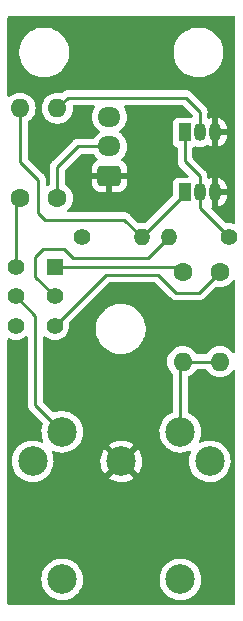
<source format=gbr>
%TF.GenerationSoftware,KiCad,Pcbnew,6.0.8-f2edbf62ab~116~ubuntu20.04.1*%
%TF.CreationDate,2022-11-14T20:46:32+01:00*%
%TF.ProjectId,MIDI_OUT,4d494449-5f4f-4555-942e-6b696361645f,2.0*%
%TF.SameCoordinates,Original*%
%TF.FileFunction,Copper,L1,Top*%
%TF.FilePolarity,Positive*%
%FSLAX46Y46*%
G04 Gerber Fmt 4.6, Leading zero omitted, Abs format (unit mm)*
G04 Created by KiCad (PCBNEW 6.0.8-f2edbf62ab~116~ubuntu20.04.1) date 2022-11-14 20:46:32*
%MOMM*%
%LPD*%
G01*
G04 APERTURE LIST*
G04 Aperture macros list*
%AMRoundRect*
0 Rectangle with rounded corners*
0 $1 Rounding radius*
0 $2 $3 $4 $5 $6 $7 $8 $9 X,Y pos of 4 corners*
0 Add a 4 corners polygon primitive as box body*
4,1,4,$2,$3,$4,$5,$6,$7,$8,$9,$2,$3,0*
0 Add four circle primitives for the rounded corners*
1,1,$1+$1,$2,$3*
1,1,$1+$1,$4,$5*
1,1,$1+$1,$6,$7*
1,1,$1+$1,$8,$9*
0 Add four rect primitives between the rounded corners*
20,1,$1+$1,$2,$3,$4,$5,0*
20,1,$1+$1,$4,$5,$6,$7,0*
20,1,$1+$1,$6,$7,$8,$9,0*
20,1,$1+$1,$8,$9,$2,$3,0*%
G04 Aperture macros list end*
%TA.AperFunction,ComponentPad*%
%ADD10R,1.050000X1.500000*%
%TD*%
%TA.AperFunction,ComponentPad*%
%ADD11O,1.050000X1.500000*%
%TD*%
%TA.AperFunction,ComponentPad*%
%ADD12C,1.600000*%
%TD*%
%TA.AperFunction,ComponentPad*%
%ADD13O,1.600000X1.600000*%
%TD*%
%TA.AperFunction,WasherPad*%
%ADD14C,2.499360*%
%TD*%
%TA.AperFunction,ComponentPad*%
%ADD15C,2.499360*%
%TD*%
%TA.AperFunction,ComponentPad*%
%ADD16C,1.400000*%
%TD*%
%TA.AperFunction,ComponentPad*%
%ADD17O,1.400000X1.400000*%
%TD*%
%TA.AperFunction,ComponentPad*%
%ADD18R,1.400000X1.400000*%
%TD*%
%TA.AperFunction,ComponentPad*%
%ADD19RoundRect,0.250000X0.725000X-0.600000X0.725000X0.600000X-0.725000X0.600000X-0.725000X-0.600000X0*%
%TD*%
%TA.AperFunction,ComponentPad*%
%ADD20O,1.950000X1.700000*%
%TD*%
%TA.AperFunction,Conductor*%
%ADD21C,0.250000*%
%TD*%
G04 APERTURE END LIST*
D10*
%TO.P,Q2,1,D*%
%TO.N,Net-(Q2-Pad1)*%
X80122640Y-59759000D03*
D11*
%TO.P,Q2,2,G*%
%TO.N,Net-(Q1-Pad1)*%
X81392640Y-59759000D03*
%TO.P,Q2,3,S*%
%TO.N,GND*%
X82662640Y-59759000D03*
%TD*%
D12*
%TO.P,R6,1*%
%TO.N,Net-(SW1-Pad3)*%
X83075240Y-66458461D03*
D13*
%TO.P,R6,2*%
%TO.N,/MIDI_CON_VTX+*%
X83075240Y-74078461D03*
%TD*%
D14*
%TO.P,J2,*%
%TO.N,*%
X79728060Y-92519500D03*
X69725540Y-92519500D03*
D15*
%TO.P,J2,1*%
%TO.N,unconnected-(J2-Pad1)*%
X82224880Y-82524600D03*
%TO.P,J2,2*%
%TO.N,GND*%
X74726800Y-82522060D03*
%TO.P,J2,3*%
%TO.N,unconnected-(J2-Pad3)*%
X67228720Y-82524600D03*
%TO.P,J2,4*%
%TO.N,/MIDI_CON_VTX+*%
X79722980Y-80022700D03*
%TO.P,J2,5*%
%TO.N,/MIDI_CON_VTX-*%
X69730620Y-80022700D03*
%TD*%
D12*
%TO.P,R3,1*%
%TO.N,Net-(R3-Pad1)*%
X66158840Y-60248800D03*
D13*
%TO.P,R3,2*%
%TO.N,Net-(Q2-Pad1)*%
X66158840Y-52628800D03*
%TD*%
D12*
%TO.P,R1,1*%
%TO.N,/UART_TX*%
X69308440Y-60248800D03*
D13*
%TO.P,R1,2*%
%TO.N,Net-(Q1-Pad2)*%
X69308440Y-52628800D03*
%TD*%
D16*
%TO.P,R2,1*%
%TO.N,Net-(Q1-Pad1)*%
X83837240Y-63550800D03*
D17*
%TO.P,R2,2*%
%TO.N,/VTX*%
X78757240Y-63550800D03*
%TD*%
D12*
%TO.P,R5,1*%
%TO.N,Net-(R5-Pad1)*%
X79925640Y-66458461D03*
D13*
%TO.P,R5,2*%
%TO.N,/MIDI_CON_VTX+*%
X79925640Y-74078461D03*
%TD*%
D10*
%TO.P,Q1,1,D*%
%TO.N,Net-(Q1-Pad1)*%
X80122640Y-54679000D03*
D11*
%TO.P,Q1,2,G*%
%TO.N,Net-(Q1-Pad2)*%
X81392640Y-54679000D03*
%TO.P,Q1,3,S*%
%TO.N,GND*%
X82662640Y-54679000D03*
%TD*%
D18*
%TO.P,SW1,1,A*%
%TO.N,Net-(R5-Pad1)*%
X69105240Y-66043800D03*
D16*
%TO.P,SW1,2,B*%
%TO.N,/VTX*%
X69105240Y-68543800D03*
%TO.P,SW1,3,C*%
%TO.N,Net-(SW1-Pad3)*%
X69105240Y-71043800D03*
%TO.P,SW1,4,A*%
%TO.N,Net-(R3-Pad1)*%
X65805240Y-66043800D03*
%TO.P,SW1,5,B*%
%TO.N,/MIDI_CON_VTX-*%
X65805240Y-68543800D03*
%TO.P,SW1,6,C*%
%TO.N,Net-(R4-Pad1)*%
X65805240Y-71043800D03*
%TD*%
D19*
%TO.P,J1,1,Pin_1*%
%TO.N,GND*%
X73728040Y-58343800D03*
D20*
%TO.P,J1,2,Pin_2*%
%TO.N,/UART_TX*%
X73728040Y-55843800D03*
%TO.P,J1,3,Pin_3*%
%TO.N,/VTX*%
X73728040Y-53343800D03*
%TD*%
D16*
%TO.P,R4,1*%
%TO.N,Net-(R4-Pad1)*%
X71391240Y-63550800D03*
D17*
%TO.P,R4,2*%
%TO.N,Net-(Q2-Pad1)*%
X76471240Y-63550800D03*
%TD*%
D21*
%TO.N,/UART_TX*%
X69308440Y-60248800D02*
X69308440Y-57607200D01*
X69308440Y-57607200D02*
X71071840Y-55843800D01*
X71071840Y-55843800D02*
X73728040Y-55843800D01*
%TO.N,/VTX*%
X76979240Y-65328800D02*
X78757240Y-63550800D01*
X69105240Y-68543800D02*
X67454240Y-66892800D01*
X67454240Y-66892800D02*
X67454240Y-65201800D01*
X70629240Y-65328800D02*
X76979240Y-65328800D01*
X68089240Y-64566800D02*
X69867240Y-64566800D01*
X67454240Y-65201800D02*
X68089240Y-64566800D01*
X69867240Y-64566800D02*
X70629240Y-65328800D01*
%TO.N,/MIDI_CON_VTX+*%
X79722980Y-74281121D02*
X79925640Y-74078461D01*
X79925640Y-74078461D02*
X83075240Y-74078461D01*
X79722980Y-80022700D02*
X79722980Y-74281121D01*
%TO.N,Net-(Q1-Pad1)*%
X80122640Y-54679000D02*
X80122640Y-57118400D01*
X81392640Y-61106200D02*
X83837240Y-63550800D01*
X80122640Y-57118400D02*
X81392640Y-58388400D01*
X81392640Y-59759000D02*
X81392640Y-61106200D01*
X81392640Y-58388400D02*
X81392640Y-59759000D01*
%TO.N,Net-(Q2-Pad1)*%
X68241640Y-62077600D02*
X74998040Y-62077600D01*
X74998040Y-62077600D02*
X76471240Y-63550800D01*
X66158840Y-52628800D02*
X66158840Y-57150000D01*
X66158840Y-57150000D02*
X67682840Y-58674000D01*
X67682840Y-61518800D02*
X68241640Y-62077600D01*
X67682840Y-58674000D02*
X67682840Y-61518800D01*
X80122640Y-59899400D02*
X80122640Y-59759000D01*
X76471240Y-63550800D02*
X80122640Y-59899400D01*
%TO.N,/MIDI_CON_VTX-*%
X67454240Y-70192800D02*
X67454240Y-77746320D01*
X67454240Y-77746320D02*
X69730620Y-80022700D01*
X65805240Y-68543800D02*
X67454240Y-70192800D01*
%TO.N,Net-(R3-Pad1)*%
X65805240Y-60602400D02*
X66158840Y-60248800D01*
X65805240Y-66043800D02*
X65805240Y-60602400D01*
%TO.N,Net-(R5-Pad1)*%
X79510979Y-66043800D02*
X79925640Y-66458461D01*
X69105240Y-66043800D02*
X79510979Y-66043800D01*
%TO.N,Net-(Q1-Pad2)*%
X81392640Y-52939800D02*
X81398840Y-52933600D01*
X70197440Y-51739800D02*
X69308440Y-52628800D01*
X81398840Y-52933600D02*
X80205040Y-51739800D01*
X80205040Y-51739800D02*
X70197440Y-51739800D01*
X81392640Y-54679000D02*
X81392640Y-52939800D01*
%TO.N,Net-(SW1-Pad3)*%
X77868240Y-66725800D02*
X79392240Y-68249800D01*
X69105240Y-71043800D02*
X73423240Y-66725800D01*
X73423240Y-66725800D02*
X77868240Y-66725800D01*
X81283901Y-68249800D02*
X83075240Y-66458461D01*
X79392240Y-68249800D02*
X81283901Y-68249800D01*
%TD*%
%TA.AperFunction,Conductor*%
%TO.N,GND*%
G36*
X84338524Y-67186541D02*
G01*
X84374509Y-67247743D01*
X84378300Y-67278419D01*
X84378300Y-73258503D01*
X84358298Y-73326624D01*
X84304642Y-73373117D01*
X84234368Y-73383221D01*
X84169788Y-73353727D01*
X84149087Y-73330774D01*
X84084597Y-73238672D01*
X84084595Y-73238669D01*
X84081438Y-73234161D01*
X83919540Y-73072263D01*
X83915032Y-73069106D01*
X83915029Y-73069104D01*
X83745836Y-72950634D01*
X83731989Y-72940938D01*
X83727007Y-72938615D01*
X83727002Y-72938612D01*
X83529465Y-72846500D01*
X83529464Y-72846500D01*
X83524483Y-72844177D01*
X83519175Y-72842755D01*
X83519173Y-72842754D01*
X83308642Y-72786342D01*
X83308640Y-72786342D01*
X83303327Y-72784918D01*
X83075240Y-72764963D01*
X82847153Y-72784918D01*
X82841840Y-72786342D01*
X82841838Y-72786342D01*
X82631307Y-72842754D01*
X82631305Y-72842755D01*
X82625997Y-72844177D01*
X82621016Y-72846500D01*
X82621015Y-72846500D01*
X82423478Y-72938612D01*
X82423473Y-72938615D01*
X82418491Y-72940938D01*
X82404644Y-72950634D01*
X82235451Y-73069104D01*
X82235448Y-73069106D01*
X82230940Y-73072263D01*
X82069042Y-73234161D01*
X82065885Y-73238669D01*
X82065883Y-73238672D01*
X81959059Y-73391232D01*
X81903602Y-73435560D01*
X81855846Y-73444961D01*
X81145034Y-73444961D01*
X81076913Y-73424959D01*
X81041821Y-73391232D01*
X80934997Y-73238672D01*
X80934995Y-73238669D01*
X80931838Y-73234161D01*
X80769940Y-73072263D01*
X80765432Y-73069106D01*
X80765429Y-73069104D01*
X80596236Y-72950634D01*
X80582389Y-72940938D01*
X80577407Y-72938615D01*
X80577402Y-72938612D01*
X80379865Y-72846500D01*
X80379864Y-72846500D01*
X80374883Y-72844177D01*
X80369575Y-72842755D01*
X80369573Y-72842754D01*
X80159042Y-72786342D01*
X80159040Y-72786342D01*
X80153727Y-72784918D01*
X79925640Y-72764963D01*
X79697553Y-72784918D01*
X79692240Y-72786342D01*
X79692238Y-72786342D01*
X79481707Y-72842754D01*
X79481705Y-72842755D01*
X79476397Y-72844177D01*
X79471416Y-72846500D01*
X79471415Y-72846500D01*
X79273878Y-72938612D01*
X79273873Y-72938615D01*
X79268891Y-72940938D01*
X79255044Y-72950634D01*
X79085851Y-73069104D01*
X79085848Y-73069106D01*
X79081340Y-73072263D01*
X78919442Y-73234161D01*
X78788117Y-73421712D01*
X78785794Y-73426694D01*
X78785791Y-73426699D01*
X78693679Y-73624236D01*
X78691356Y-73629218D01*
X78632097Y-73850374D01*
X78612142Y-74078461D01*
X78632097Y-74306548D01*
X78691356Y-74527704D01*
X78693679Y-74532685D01*
X78693679Y-74532686D01*
X78785791Y-74730223D01*
X78785794Y-74730228D01*
X78788117Y-74735210D01*
X78919442Y-74922761D01*
X79052575Y-75055894D01*
X79086601Y-75118206D01*
X79089480Y-75144989D01*
X79089480Y-78297983D01*
X79069478Y-78366104D01*
X79016231Y-78412409D01*
X78975583Y-78431148D01*
X78868207Y-78480649D01*
X78833273Y-78503553D01*
X78653580Y-78621365D01*
X78653575Y-78621368D01*
X78649667Y-78623931D01*
X78454705Y-78797941D01*
X78287605Y-78998857D01*
X78152037Y-79222265D01*
X78150228Y-79226579D01*
X78150226Y-79226583D01*
X78134678Y-79263662D01*
X78050981Y-79463257D01*
X77986656Y-79716539D01*
X77960474Y-79976547D01*
X77960698Y-79981213D01*
X77960698Y-79981218D01*
X77966972Y-80111817D01*
X77973012Y-80237569D01*
X78023994Y-80493871D01*
X78112299Y-80739821D01*
X78114516Y-80743947D01*
X78192925Y-80889873D01*
X78235988Y-80970018D01*
X78238783Y-80973762D01*
X78238785Y-80973764D01*
X78389552Y-81175666D01*
X78389557Y-81175672D01*
X78392344Y-81179404D01*
X78395653Y-81182684D01*
X78395658Y-81182690D01*
X78551451Y-81337128D01*
X78577932Y-81363379D01*
X78581694Y-81366137D01*
X78581697Y-81366140D01*
X78770737Y-81504750D01*
X78788674Y-81517902D01*
X78792817Y-81520082D01*
X78792819Y-81520083D01*
X79015792Y-81637395D01*
X79015797Y-81637397D01*
X79019942Y-81639578D01*
X79024365Y-81641123D01*
X79024366Y-81641123D01*
X79262237Y-81724191D01*
X79262243Y-81724193D01*
X79266654Y-81725733D01*
X79271247Y-81726605D01*
X79518801Y-81773605D01*
X79518804Y-81773605D01*
X79523390Y-81774476D01*
X79653951Y-81779606D01*
X79779844Y-81784553D01*
X79779850Y-81784553D01*
X79784512Y-81784736D01*
X79876526Y-81774659D01*
X80039628Y-81756797D01*
X80039634Y-81756796D01*
X80044281Y-81756287D01*
X80296992Y-81689753D01*
X80388389Y-81650486D01*
X80463443Y-81618241D01*
X80533927Y-81609729D01*
X80597825Y-81640675D01*
X80634848Y-81701254D01*
X80633242Y-81772232D01*
X80629377Y-81782734D01*
X80555689Y-81958461D01*
X80552881Y-81965157D01*
X80488556Y-82218439D01*
X80462374Y-82478447D01*
X80462598Y-82483113D01*
X80462598Y-82483118D01*
X80464929Y-82531640D01*
X80474912Y-82739469D01*
X80525894Y-82995771D01*
X80614199Y-83241721D01*
X80737888Y-83471918D01*
X80740683Y-83475662D01*
X80740685Y-83475664D01*
X80891452Y-83677566D01*
X80891457Y-83677572D01*
X80894244Y-83681304D01*
X80897553Y-83684584D01*
X80897558Y-83684590D01*
X81076515Y-83861991D01*
X81079832Y-83865279D01*
X81083594Y-83868037D01*
X81083597Y-83868040D01*
X81282759Y-84014072D01*
X81290574Y-84019802D01*
X81294717Y-84021982D01*
X81294719Y-84021983D01*
X81517692Y-84139295D01*
X81517697Y-84139297D01*
X81521842Y-84141478D01*
X81526265Y-84143023D01*
X81526266Y-84143023D01*
X81764137Y-84226091D01*
X81764143Y-84226093D01*
X81768554Y-84227633D01*
X81773147Y-84228505D01*
X82020701Y-84275505D01*
X82020704Y-84275505D01*
X82025290Y-84276376D01*
X82155851Y-84281506D01*
X82281744Y-84286453D01*
X82281750Y-84286453D01*
X82286412Y-84286636D01*
X82378426Y-84276559D01*
X82541528Y-84258697D01*
X82541534Y-84258696D01*
X82546181Y-84258187D01*
X82798892Y-84191653D01*
X83038994Y-84088498D01*
X83042974Y-84086035D01*
X83042978Y-84086033D01*
X83257237Y-83953445D01*
X83257241Y-83953442D01*
X83261210Y-83950986D01*
X83460660Y-83782139D01*
X83552368Y-83677566D01*
X83629880Y-83589181D01*
X83629883Y-83589176D01*
X83632962Y-83585666D01*
X83647511Y-83563048D01*
X83771803Y-83369813D01*
X83774331Y-83365883D01*
X83881661Y-83127619D01*
X83947526Y-82894082D01*
X83951325Y-82880612D01*
X83951326Y-82880609D01*
X83952595Y-82876108D01*
X83985574Y-82616874D01*
X83987990Y-82524600D01*
X83968624Y-82263996D01*
X83959370Y-82223097D01*
X83911981Y-82013674D01*
X83910950Y-82009117D01*
X83908326Y-82002369D01*
X83817930Y-81769915D01*
X83817929Y-81769913D01*
X83816237Y-81765562D01*
X83811228Y-81756797D01*
X83742984Y-81637395D01*
X83686564Y-81538681D01*
X83524781Y-81333460D01*
X83334441Y-81154406D01*
X83119726Y-81005453D01*
X83078479Y-80985112D01*
X82889541Y-80891938D01*
X82889538Y-80891937D01*
X82885353Y-80889873D01*
X82879087Y-80887867D01*
X82786613Y-80858266D01*
X82636470Y-80810205D01*
X82631863Y-80809455D01*
X82631860Y-80809454D01*
X82383156Y-80768950D01*
X82383157Y-80768950D01*
X82378545Y-80768199D01*
X82251860Y-80766541D01*
X82121922Y-80764840D01*
X82121919Y-80764840D01*
X82117245Y-80764779D01*
X81858309Y-80800018D01*
X81853819Y-80801327D01*
X81853813Y-80801328D01*
X81784556Y-80821515D01*
X81607426Y-80873144D01*
X81603179Y-80875102D01*
X81603176Y-80875103D01*
X81485468Y-80929367D01*
X81415230Y-80939722D01*
X81350545Y-80910459D01*
X81311948Y-80850870D01*
X81311695Y-80779874D01*
X81317835Y-80763191D01*
X81377838Y-80629988D01*
X81377840Y-80629983D01*
X81379761Y-80625719D01*
X81450695Y-80374208D01*
X81483674Y-80114974D01*
X81486090Y-80022700D01*
X81466724Y-79762096D01*
X81457470Y-79721197D01*
X81410081Y-79511774D01*
X81409050Y-79507217D01*
X81393719Y-79467792D01*
X81316030Y-79268015D01*
X81316029Y-79268013D01*
X81314337Y-79263662D01*
X81184664Y-79036781D01*
X81022881Y-78831560D01*
X80832541Y-78652506D01*
X80617826Y-78503553D01*
X80571382Y-78480649D01*
X80433004Y-78412409D01*
X80426751Y-78409325D01*
X80374503Y-78361258D01*
X80356480Y-78296320D01*
X80356480Y-75401598D01*
X80376482Y-75333477D01*
X80429230Y-75287403D01*
X80577402Y-75218310D01*
X80577407Y-75218307D01*
X80582389Y-75215984D01*
X80761800Y-75090359D01*
X80765429Y-75087818D01*
X80765432Y-75087816D01*
X80769940Y-75084659D01*
X80931838Y-74922761D01*
X80970362Y-74867743D01*
X81041821Y-74765690D01*
X81097278Y-74721362D01*
X81145034Y-74711961D01*
X81855846Y-74711961D01*
X81923967Y-74731963D01*
X81959059Y-74765690D01*
X82030518Y-74867743D01*
X82069042Y-74922761D01*
X82230940Y-75084659D01*
X82235448Y-75087816D01*
X82235451Y-75087818D01*
X82239080Y-75090359D01*
X82418491Y-75215984D01*
X82423473Y-75218307D01*
X82423478Y-75218310D01*
X82621015Y-75310422D01*
X82625997Y-75312745D01*
X82631305Y-75314167D01*
X82631307Y-75314168D01*
X82841838Y-75370580D01*
X82841840Y-75370580D01*
X82847153Y-75372004D01*
X83075240Y-75391959D01*
X83303327Y-75372004D01*
X83308640Y-75370580D01*
X83308642Y-75370580D01*
X83519173Y-75314168D01*
X83519175Y-75314167D01*
X83524483Y-75312745D01*
X83529465Y-75310422D01*
X83727002Y-75218310D01*
X83727007Y-75218307D01*
X83731989Y-75215984D01*
X83911400Y-75090359D01*
X83915029Y-75087818D01*
X83915032Y-75087816D01*
X83919540Y-75084659D01*
X84081438Y-74922761D01*
X84149088Y-74826147D01*
X84204544Y-74781820D01*
X84275163Y-74774511D01*
X84338524Y-74806541D01*
X84374509Y-74867743D01*
X84378300Y-74898419D01*
X84378300Y-94539300D01*
X84358298Y-94607421D01*
X84304642Y-94653914D01*
X84252300Y-94665300D01*
X65201300Y-94665300D01*
X65133179Y-94645298D01*
X65086686Y-94591642D01*
X65075300Y-94539300D01*
X65075300Y-92473347D01*
X67963034Y-92473347D01*
X67963258Y-92478013D01*
X67963258Y-92478018D01*
X67969532Y-92608617D01*
X67975572Y-92734369D01*
X68026554Y-92990671D01*
X68114859Y-93236621D01*
X68238548Y-93466818D01*
X68241343Y-93470562D01*
X68241345Y-93470564D01*
X68392112Y-93672466D01*
X68392117Y-93672472D01*
X68394904Y-93676204D01*
X68398213Y-93679484D01*
X68398218Y-93679490D01*
X68577175Y-93856891D01*
X68580492Y-93860179D01*
X68584254Y-93862937D01*
X68584257Y-93862940D01*
X68787460Y-94011935D01*
X68791234Y-94014702D01*
X68795377Y-94016882D01*
X68795379Y-94016883D01*
X69018352Y-94134195D01*
X69018357Y-94134197D01*
X69022502Y-94136378D01*
X69026925Y-94137923D01*
X69026926Y-94137923D01*
X69264797Y-94220991D01*
X69264803Y-94220993D01*
X69269214Y-94222533D01*
X69273807Y-94223405D01*
X69521361Y-94270405D01*
X69521364Y-94270405D01*
X69525950Y-94271276D01*
X69656511Y-94276406D01*
X69782404Y-94281353D01*
X69782410Y-94281353D01*
X69787072Y-94281536D01*
X69879086Y-94271459D01*
X70042188Y-94253597D01*
X70042194Y-94253596D01*
X70046841Y-94253087D01*
X70299552Y-94186553D01*
X70539654Y-94083398D01*
X70543634Y-94080935D01*
X70543638Y-94080933D01*
X70757897Y-93948345D01*
X70757901Y-93948342D01*
X70761870Y-93945886D01*
X70961320Y-93777039D01*
X71053028Y-93672466D01*
X71130540Y-93584081D01*
X71130543Y-93584076D01*
X71133622Y-93580566D01*
X71274991Y-93360783D01*
X71382321Y-93122519D01*
X71453255Y-92871008D01*
X71486234Y-92611774D01*
X71488650Y-92519500D01*
X71485220Y-92473347D01*
X77965554Y-92473347D01*
X77965778Y-92478013D01*
X77965778Y-92478018D01*
X77972052Y-92608617D01*
X77978092Y-92734369D01*
X78029074Y-92990671D01*
X78117379Y-93236621D01*
X78241068Y-93466818D01*
X78243863Y-93470562D01*
X78243865Y-93470564D01*
X78394632Y-93672466D01*
X78394637Y-93672472D01*
X78397424Y-93676204D01*
X78400733Y-93679484D01*
X78400738Y-93679490D01*
X78579695Y-93856891D01*
X78583012Y-93860179D01*
X78586774Y-93862937D01*
X78586777Y-93862940D01*
X78789980Y-94011935D01*
X78793754Y-94014702D01*
X78797897Y-94016882D01*
X78797899Y-94016883D01*
X79020872Y-94134195D01*
X79020877Y-94134197D01*
X79025022Y-94136378D01*
X79029445Y-94137923D01*
X79029446Y-94137923D01*
X79267317Y-94220991D01*
X79267323Y-94220993D01*
X79271734Y-94222533D01*
X79276327Y-94223405D01*
X79523881Y-94270405D01*
X79523884Y-94270405D01*
X79528470Y-94271276D01*
X79659031Y-94276406D01*
X79784924Y-94281353D01*
X79784930Y-94281353D01*
X79789592Y-94281536D01*
X79881606Y-94271459D01*
X80044708Y-94253597D01*
X80044714Y-94253596D01*
X80049361Y-94253087D01*
X80302072Y-94186553D01*
X80542174Y-94083398D01*
X80546154Y-94080935D01*
X80546158Y-94080933D01*
X80760417Y-93948345D01*
X80760421Y-93948342D01*
X80764390Y-93945886D01*
X80963840Y-93777039D01*
X81055548Y-93672466D01*
X81133060Y-93584081D01*
X81133063Y-93584076D01*
X81136142Y-93580566D01*
X81277511Y-93360783D01*
X81384841Y-93122519D01*
X81455775Y-92871008D01*
X81488754Y-92611774D01*
X81491170Y-92519500D01*
X81471804Y-92258896D01*
X81462550Y-92217997D01*
X81415161Y-92008574D01*
X81414130Y-92004017D01*
X81412437Y-91999663D01*
X81321110Y-91764815D01*
X81321109Y-91764813D01*
X81319417Y-91760462D01*
X81189744Y-91533581D01*
X81027961Y-91328360D01*
X80837621Y-91149306D01*
X80622906Y-91000353D01*
X80581659Y-90980012D01*
X80392721Y-90886838D01*
X80392718Y-90886837D01*
X80388533Y-90884773D01*
X80342392Y-90870003D01*
X80289793Y-90853166D01*
X80139650Y-90805105D01*
X80135043Y-90804355D01*
X80135040Y-90804354D01*
X79886336Y-90763850D01*
X79886337Y-90763850D01*
X79881725Y-90763099D01*
X79755040Y-90761441D01*
X79625102Y-90759740D01*
X79625099Y-90759740D01*
X79620425Y-90759679D01*
X79361489Y-90794918D01*
X79356999Y-90796227D01*
X79356993Y-90796228D01*
X79250315Y-90827322D01*
X79110606Y-90868044D01*
X79106359Y-90870002D01*
X79106356Y-90870003D01*
X79069838Y-90886838D01*
X78873287Y-90977449D01*
X78838353Y-91000353D01*
X78658660Y-91118165D01*
X78658655Y-91118168D01*
X78654747Y-91120731D01*
X78459785Y-91294741D01*
X78292685Y-91495657D01*
X78157117Y-91719065D01*
X78155308Y-91723379D01*
X78155306Y-91723383D01*
X78139758Y-91760462D01*
X78056061Y-91960057D01*
X77991736Y-92213339D01*
X77965554Y-92473347D01*
X71485220Y-92473347D01*
X71469284Y-92258896D01*
X71460030Y-92217997D01*
X71412641Y-92008574D01*
X71411610Y-92004017D01*
X71409917Y-91999663D01*
X71318590Y-91764815D01*
X71318589Y-91764813D01*
X71316897Y-91760462D01*
X71187224Y-91533581D01*
X71025441Y-91328360D01*
X70835101Y-91149306D01*
X70620386Y-91000353D01*
X70579139Y-90980012D01*
X70390201Y-90886838D01*
X70390198Y-90886837D01*
X70386013Y-90884773D01*
X70339872Y-90870003D01*
X70287273Y-90853166D01*
X70137130Y-90805105D01*
X70132523Y-90804355D01*
X70132520Y-90804354D01*
X69883816Y-90763850D01*
X69883817Y-90763850D01*
X69879205Y-90763099D01*
X69752520Y-90761441D01*
X69622582Y-90759740D01*
X69622579Y-90759740D01*
X69617905Y-90759679D01*
X69358969Y-90794918D01*
X69354479Y-90796227D01*
X69354473Y-90796228D01*
X69247795Y-90827322D01*
X69108086Y-90868044D01*
X69103839Y-90870002D01*
X69103836Y-90870003D01*
X69067318Y-90886838D01*
X68870767Y-90977449D01*
X68835833Y-91000353D01*
X68656140Y-91118165D01*
X68656135Y-91118168D01*
X68652227Y-91120731D01*
X68457265Y-91294741D01*
X68290165Y-91495657D01*
X68154597Y-91719065D01*
X68152788Y-91723379D01*
X68152786Y-91723383D01*
X68137238Y-91760462D01*
X68053541Y-91960057D01*
X67989216Y-92213339D01*
X67963034Y-92473347D01*
X65075300Y-92473347D01*
X65075300Y-72234636D01*
X65095302Y-72166515D01*
X65148958Y-72120022D01*
X65219232Y-72109918D01*
X65254550Y-72120441D01*
X65385348Y-72181433D01*
X65390330Y-72183756D01*
X65395638Y-72185178D01*
X65395640Y-72185179D01*
X65589270Y-72237062D01*
X65589272Y-72237062D01*
X65594585Y-72238486D01*
X65805240Y-72256916D01*
X66015895Y-72238486D01*
X66021208Y-72237062D01*
X66021210Y-72237062D01*
X66214840Y-72185179D01*
X66214842Y-72185178D01*
X66220150Y-72183756D01*
X66225132Y-72181433D01*
X66406817Y-72096712D01*
X66406820Y-72096710D01*
X66411798Y-72094389D01*
X66585016Y-71973101D01*
X66605645Y-71952472D01*
X66667957Y-71918446D01*
X66738772Y-71923511D01*
X66795608Y-71966058D01*
X66820419Y-72032578D01*
X66820740Y-72041567D01*
X66820740Y-77667553D01*
X66820213Y-77678736D01*
X66818538Y-77686229D01*
X66818787Y-77694155D01*
X66818787Y-77694156D01*
X66820678Y-77754306D01*
X66820740Y-77758265D01*
X66820740Y-77786176D01*
X66821237Y-77790110D01*
X66821237Y-77790111D01*
X66821245Y-77790176D01*
X66822178Y-77802013D01*
X66823567Y-77846209D01*
X66829218Y-77865659D01*
X66833227Y-77885020D01*
X66835766Y-77905117D01*
X66838685Y-77912488D01*
X66838685Y-77912490D01*
X66852044Y-77946232D01*
X66855889Y-77957462D01*
X66868222Y-77999913D01*
X66872255Y-78006732D01*
X66872257Y-78006737D01*
X66878533Y-78017348D01*
X66887228Y-78035096D01*
X66894688Y-78053937D01*
X66899350Y-78060353D01*
X66899350Y-78060354D01*
X66920676Y-78089707D01*
X66927192Y-78099627D01*
X66949698Y-78137682D01*
X66964019Y-78152003D01*
X66976859Y-78167036D01*
X66988768Y-78183427D01*
X66994874Y-78188478D01*
X67022845Y-78211618D01*
X67031624Y-78219608D01*
X68062816Y-79250800D01*
X68096842Y-79313112D01*
X68089919Y-79388620D01*
X68058621Y-79463257D01*
X68057470Y-79467789D01*
X68057469Y-79467792D01*
X68046299Y-79511774D01*
X67994296Y-79716539D01*
X67968114Y-79976547D01*
X67968338Y-79981213D01*
X67968338Y-79981218D01*
X67974612Y-80111817D01*
X67980652Y-80237569D01*
X68031634Y-80493871D01*
X68119939Y-80739821D01*
X68122156Y-80743947D01*
X68126505Y-80752041D01*
X68141128Y-80821515D01*
X68115870Y-80887867D01*
X68058748Y-80930029D01*
X67987900Y-80934616D01*
X67959785Y-80924685D01*
X67893381Y-80891938D01*
X67893378Y-80891937D01*
X67889193Y-80889873D01*
X67882927Y-80887867D01*
X67790453Y-80858266D01*
X67640310Y-80810205D01*
X67635703Y-80809455D01*
X67635700Y-80809454D01*
X67386996Y-80768950D01*
X67386997Y-80768950D01*
X67382385Y-80768199D01*
X67255700Y-80766541D01*
X67125762Y-80764840D01*
X67125759Y-80764840D01*
X67121085Y-80764779D01*
X66862149Y-80800018D01*
X66857659Y-80801327D01*
X66857653Y-80801328D01*
X66788396Y-80821515D01*
X66611266Y-80873144D01*
X66607019Y-80875102D01*
X66607016Y-80875103D01*
X66570498Y-80891938D01*
X66373947Y-80982549D01*
X66339013Y-81005453D01*
X66159320Y-81123265D01*
X66159315Y-81123268D01*
X66155407Y-81125831D01*
X66091702Y-81182690D01*
X65979025Y-81283258D01*
X65960445Y-81299841D01*
X65929434Y-81337128D01*
X65798205Y-81494914D01*
X65793345Y-81500757D01*
X65657777Y-81724165D01*
X65655968Y-81728479D01*
X65655966Y-81728483D01*
X65559529Y-81958461D01*
X65556721Y-81965157D01*
X65492396Y-82218439D01*
X65466214Y-82478447D01*
X65466438Y-82483113D01*
X65466438Y-82483118D01*
X65468769Y-82531640D01*
X65478752Y-82739469D01*
X65529734Y-82995771D01*
X65618039Y-83241721D01*
X65741728Y-83471918D01*
X65744523Y-83475662D01*
X65744525Y-83475664D01*
X65895292Y-83677566D01*
X65895297Y-83677572D01*
X65898084Y-83681304D01*
X65901393Y-83684584D01*
X65901398Y-83684590D01*
X66080355Y-83861991D01*
X66083672Y-83865279D01*
X66087434Y-83868037D01*
X66087437Y-83868040D01*
X66286599Y-84014072D01*
X66294414Y-84019802D01*
X66298557Y-84021982D01*
X66298559Y-84021983D01*
X66521532Y-84139295D01*
X66521537Y-84139297D01*
X66525682Y-84141478D01*
X66530105Y-84143023D01*
X66530106Y-84143023D01*
X66767977Y-84226091D01*
X66767983Y-84226093D01*
X66772394Y-84227633D01*
X66776987Y-84228505D01*
X67024541Y-84275505D01*
X67024544Y-84275505D01*
X67029130Y-84276376D01*
X67159691Y-84281506D01*
X67285584Y-84286453D01*
X67285590Y-84286453D01*
X67290252Y-84286636D01*
X67382266Y-84276559D01*
X67545368Y-84258697D01*
X67545374Y-84258696D01*
X67550021Y-84258187D01*
X67802732Y-84191653D01*
X68042834Y-84088498D01*
X68046814Y-84086035D01*
X68046818Y-84086033D01*
X68261077Y-83953445D01*
X68261081Y-83953442D01*
X68265050Y-83950986D01*
X68288701Y-83930964D01*
X73682641Y-83930964D01*
X73691354Y-83942484D01*
X73788989Y-84014072D01*
X73796899Y-84019015D01*
X74019818Y-84136298D01*
X74028381Y-84140021D01*
X74266187Y-84223068D01*
X74275196Y-84225482D01*
X74522679Y-84272468D01*
X74531934Y-84273522D01*
X74783646Y-84283412D01*
X74792960Y-84283086D01*
X75043357Y-84255664D01*
X75052534Y-84253963D01*
X75296126Y-84189831D01*
X75304945Y-84186794D01*
X75536392Y-84087356D01*
X75544651Y-84083057D01*
X75758868Y-83950496D01*
X75765767Y-83945484D01*
X75774091Y-83932852D01*
X75768027Y-83922497D01*
X74739612Y-82894082D01*
X74725668Y-82886468D01*
X74723835Y-82886599D01*
X74717220Y-82890850D01*
X73689299Y-83918771D01*
X73682641Y-83930964D01*
X68288701Y-83930964D01*
X68464500Y-83782139D01*
X68556208Y-83677566D01*
X68633720Y-83589181D01*
X68633723Y-83589176D01*
X68636802Y-83585666D01*
X68651351Y-83563048D01*
X68775643Y-83369813D01*
X68778171Y-83365883D01*
X68885501Y-83127619D01*
X68951366Y-82894082D01*
X68955165Y-82880612D01*
X68955166Y-82880609D01*
X68956435Y-82876108D01*
X68989414Y-82616874D01*
X68991830Y-82524600D01*
X68988560Y-82480592D01*
X72965019Y-82480592D01*
X72977105Y-82732196D01*
X72978242Y-82741456D01*
X73027385Y-82988517D01*
X73029874Y-82997492D01*
X73114996Y-83234574D01*
X73118793Y-83243102D01*
X73238017Y-83464988D01*
X73243028Y-83472855D01*
X73306475Y-83557821D01*
X73317733Y-83566270D01*
X73330152Y-83559498D01*
X74354778Y-82534872D01*
X74361156Y-82523192D01*
X75091208Y-82523192D01*
X75091339Y-82525025D01*
X75095590Y-82531640D01*
X76126482Y-83562532D01*
X76138862Y-83569292D01*
X76147203Y-83563048D01*
X76273283Y-83367035D01*
X76277730Y-83358843D01*
X76381188Y-83129176D01*
X76384383Y-83120398D01*
X76452755Y-82877966D01*
X76454613Y-82868837D01*
X76486595Y-82617438D01*
X76487076Y-82611152D01*
X76489326Y-82525220D01*
X76489175Y-82518911D01*
X76470394Y-82266182D01*
X76469017Y-82256976D01*
X76413422Y-82011280D01*
X76410698Y-82002369D01*
X76319398Y-81767590D01*
X76315387Y-81759181D01*
X76190388Y-81540480D01*
X76185177Y-81532754D01*
X76147964Y-81485550D01*
X76136038Y-81477078D01*
X76124506Y-81483564D01*
X75098822Y-82509248D01*
X75091208Y-82523192D01*
X74361156Y-82523192D01*
X74362392Y-82520928D01*
X74362261Y-82519095D01*
X74358010Y-82512480D01*
X73328349Y-81482819D01*
X73315041Y-81475552D01*
X73305002Y-81482674D01*
X73294822Y-81494914D01*
X73289410Y-81502501D01*
X73158726Y-81717860D01*
X73154497Y-81726161D01*
X73057085Y-81958461D01*
X73054124Y-81967311D01*
X72992122Y-82211447D01*
X72990500Y-82220644D01*
X72965264Y-82471266D01*
X72965019Y-82480592D01*
X68988560Y-82480592D01*
X68972464Y-82263996D01*
X68963210Y-82223097D01*
X68915821Y-82013674D01*
X68914790Y-82009117D01*
X68827248Y-81784002D01*
X68821201Y-81713265D01*
X68854357Y-81650486D01*
X68916191Y-81615599D01*
X68987070Y-81619680D01*
X69003338Y-81626823D01*
X69027582Y-81639578D01*
X69032005Y-81641123D01*
X69032006Y-81641123D01*
X69269877Y-81724191D01*
X69269883Y-81724193D01*
X69274294Y-81725733D01*
X69278887Y-81726605D01*
X69526441Y-81773605D01*
X69526444Y-81773605D01*
X69531030Y-81774476D01*
X69661591Y-81779606D01*
X69787484Y-81784553D01*
X69787490Y-81784553D01*
X69792152Y-81784736D01*
X69884166Y-81774659D01*
X70047268Y-81756797D01*
X70047274Y-81756796D01*
X70051921Y-81756287D01*
X70304632Y-81689753D01*
X70544734Y-81586598D01*
X70548714Y-81584135D01*
X70548718Y-81584133D01*
X70762977Y-81451545D01*
X70762981Y-81451542D01*
X70766950Y-81449086D01*
X70966400Y-81280239D01*
X71073947Y-81157605D01*
X71114736Y-81111094D01*
X73680247Y-81111094D01*
X73684820Y-81120870D01*
X74713988Y-82150038D01*
X74727932Y-82157652D01*
X74729765Y-82157521D01*
X74736380Y-82153270D01*
X75764988Y-81124662D01*
X75771372Y-81112972D01*
X75761960Y-81100861D01*
X75625230Y-81006008D01*
X75617205Y-81001280D01*
X75391271Y-80889861D01*
X75382639Y-80886374D01*
X75142724Y-80809577D01*
X75133663Y-80807401D01*
X74885032Y-80766909D01*
X74875745Y-80766097D01*
X74623872Y-80762800D01*
X74614560Y-80763370D01*
X74364963Y-80797338D01*
X74355845Y-80799276D01*
X74114020Y-80869762D01*
X74105267Y-80873034D01*
X73876516Y-80978490D01*
X73868361Y-80983010D01*
X73689385Y-81100352D01*
X73680247Y-81111094D01*
X71114736Y-81111094D01*
X71135620Y-81087281D01*
X71135623Y-81087276D01*
X71138702Y-81083766D01*
X71280071Y-80863983D01*
X71387401Y-80625719D01*
X71458335Y-80374208D01*
X71491314Y-80114974D01*
X71493730Y-80022700D01*
X71474364Y-79762096D01*
X71465110Y-79721197D01*
X71417721Y-79511774D01*
X71416690Y-79507217D01*
X71401359Y-79467792D01*
X71323670Y-79268015D01*
X71323669Y-79268013D01*
X71321977Y-79263662D01*
X71192304Y-79036781D01*
X71030521Y-78831560D01*
X70840181Y-78652506D01*
X70625466Y-78503553D01*
X70584219Y-78483212D01*
X70395281Y-78390038D01*
X70395278Y-78390037D01*
X70391093Y-78387973D01*
X70364121Y-78379339D01*
X70280972Y-78352723D01*
X70142210Y-78308305D01*
X70137603Y-78307555D01*
X70137600Y-78307554D01*
X69888896Y-78267050D01*
X69888897Y-78267050D01*
X69884285Y-78266299D01*
X69757600Y-78264641D01*
X69627662Y-78262940D01*
X69627659Y-78262940D01*
X69622985Y-78262879D01*
X69364049Y-78298118D01*
X69359559Y-78299427D01*
X69359553Y-78299428D01*
X69252875Y-78330522D01*
X69113166Y-78371244D01*
X69108919Y-78373202D01*
X69108916Y-78373203D01*
X69098394Y-78378054D01*
X69028157Y-78388409D01*
X68963471Y-78359146D01*
X68956548Y-78352723D01*
X68124645Y-77520820D01*
X68090619Y-77458508D01*
X68087740Y-77431725D01*
X68087740Y-72039567D01*
X68107742Y-71971446D01*
X68161398Y-71924953D01*
X68231672Y-71914849D01*
X68296252Y-71944343D01*
X68302835Y-71950472D01*
X68325464Y-71973101D01*
X68498682Y-72094389D01*
X68503660Y-72096710D01*
X68503663Y-72096712D01*
X68685348Y-72181433D01*
X68690330Y-72183756D01*
X68695638Y-72185178D01*
X68695640Y-72185179D01*
X68889270Y-72237062D01*
X68889272Y-72237062D01*
X68894585Y-72238486D01*
X69105240Y-72256916D01*
X69315895Y-72238486D01*
X69321208Y-72237062D01*
X69321210Y-72237062D01*
X69514840Y-72185179D01*
X69514842Y-72185178D01*
X69520150Y-72183756D01*
X69525132Y-72181433D01*
X69706817Y-72096712D01*
X69706820Y-72096710D01*
X69711798Y-72094389D01*
X69885016Y-71973101D01*
X70034541Y-71823576D01*
X70155829Y-71650358D01*
X70245196Y-71458710D01*
X70250629Y-71438433D01*
X72583983Y-71438433D01*
X72584542Y-71442677D01*
X72584542Y-71442681D01*
X72586890Y-71460514D01*
X72621508Y-71723464D01*
X72697369Y-72000766D01*
X72699053Y-72004714D01*
X72806423Y-72256437D01*
X72810163Y-72265206D01*
X72957801Y-72511891D01*
X73137553Y-72736258D01*
X73346091Y-72934153D01*
X73579557Y-73101916D01*
X73583352Y-73103925D01*
X73583353Y-73103926D01*
X73605109Y-73115445D01*
X73833632Y-73236442D01*
X74103613Y-73335241D01*
X74384504Y-73396485D01*
X74413081Y-73398734D01*
X74607522Y-73414037D01*
X74607531Y-73414037D01*
X74609979Y-73414230D01*
X74765511Y-73414230D01*
X74767647Y-73414084D01*
X74767658Y-73414084D01*
X74975788Y-73399895D01*
X74975794Y-73399894D01*
X74980065Y-73399603D01*
X74984260Y-73398734D01*
X74984262Y-73398734D01*
X75201593Y-73353727D01*
X75261582Y-73341304D01*
X75532583Y-73245337D01*
X75788052Y-73113480D01*
X75791553Y-73111019D01*
X75791557Y-73111017D01*
X75905658Y-73030825D01*
X76023263Y-72948171D01*
X76136705Y-72842754D01*
X76230719Y-72755391D01*
X76230721Y-72755388D01*
X76233862Y-72752470D01*
X76415953Y-72529998D01*
X76566167Y-72284872D01*
X76681723Y-72021628D01*
X76694647Y-71976260D01*
X76759308Y-71749264D01*
X76760484Y-71745136D01*
X76800991Y-71460514D01*
X76801029Y-71453400D01*
X76802475Y-71177313D01*
X76802475Y-71177306D01*
X76802497Y-71173027D01*
X76764972Y-70887996D01*
X76689111Y-70610694D01*
X76678535Y-70585900D01*
X76578003Y-70350206D01*
X76578001Y-70350202D01*
X76576317Y-70346254D01*
X76478517Y-70182842D01*
X76430883Y-70103251D01*
X76430880Y-70103247D01*
X76428679Y-70099569D01*
X76248927Y-69875202D01*
X76085234Y-69719863D01*
X76043498Y-69680257D01*
X76043495Y-69680255D01*
X76040389Y-69677307D01*
X75806923Y-69509544D01*
X75785083Y-69497980D01*
X75761894Y-69485702D01*
X75552848Y-69375018D01*
X75412276Y-69323576D01*
X75286898Y-69277694D01*
X75286896Y-69277693D01*
X75282867Y-69276219D01*
X75001976Y-69214975D01*
X74970925Y-69212531D01*
X74778958Y-69197423D01*
X74778949Y-69197423D01*
X74776501Y-69197230D01*
X74620969Y-69197230D01*
X74618833Y-69197376D01*
X74618822Y-69197376D01*
X74410692Y-69211565D01*
X74410686Y-69211566D01*
X74406415Y-69211857D01*
X74402220Y-69212726D01*
X74402218Y-69212726D01*
X74265657Y-69241006D01*
X74124898Y-69270156D01*
X73853897Y-69366123D01*
X73598428Y-69497980D01*
X73594927Y-69500441D01*
X73594923Y-69500443D01*
X73581974Y-69509544D01*
X73363217Y-69663289D01*
X73348132Y-69677307D01*
X73163246Y-69849114D01*
X73152618Y-69858990D01*
X72970527Y-70081462D01*
X72820313Y-70326588D01*
X72704757Y-70589832D01*
X72625996Y-70866324D01*
X72585489Y-71150946D01*
X72585467Y-71155235D01*
X72585466Y-71155242D01*
X72584005Y-71434147D01*
X72583983Y-71438433D01*
X70250629Y-71438433D01*
X70299926Y-71254455D01*
X70318356Y-71043800D01*
X70299926Y-70833145D01*
X70298502Y-70827829D01*
X70297692Y-70823237D01*
X70305561Y-70752677D01*
X70332683Y-70712261D01*
X73648739Y-67396205D01*
X73711051Y-67362179D01*
X73737834Y-67359300D01*
X77553646Y-67359300D01*
X77621767Y-67379302D01*
X77642741Y-67396205D01*
X78888583Y-68642047D01*
X78896127Y-68650337D01*
X78900240Y-68656818D01*
X78906017Y-68662243D01*
X78949907Y-68703458D01*
X78952749Y-68706213D01*
X78972470Y-68725934D01*
X78975665Y-68728412D01*
X78984687Y-68736118D01*
X79016919Y-68766386D01*
X79023868Y-68770206D01*
X79034672Y-68776146D01*
X79051196Y-68786999D01*
X79067199Y-68799413D01*
X79107783Y-68816976D01*
X79118413Y-68822183D01*
X79157180Y-68843495D01*
X79164857Y-68845466D01*
X79164862Y-68845468D01*
X79176798Y-68848532D01*
X79195506Y-68854937D01*
X79214095Y-68862981D01*
X79221920Y-68864220D01*
X79221922Y-68864221D01*
X79257759Y-68869897D01*
X79269380Y-68872304D01*
X79301199Y-68880473D01*
X79312210Y-68883300D01*
X79332471Y-68883300D01*
X79352180Y-68884851D01*
X79372183Y-68888019D01*
X79380075Y-68887273D01*
X79385302Y-68886779D01*
X79416194Y-68883859D01*
X79428051Y-68883300D01*
X81205134Y-68883300D01*
X81216317Y-68883827D01*
X81223810Y-68885502D01*
X81231736Y-68885253D01*
X81231737Y-68885253D01*
X81291887Y-68883362D01*
X81295846Y-68883300D01*
X81323757Y-68883300D01*
X81327692Y-68882803D01*
X81327757Y-68882795D01*
X81339594Y-68881862D01*
X81371852Y-68880848D01*
X81375871Y-68880722D01*
X81383790Y-68880473D01*
X81403244Y-68874821D01*
X81422601Y-68870813D01*
X81434831Y-68869268D01*
X81434832Y-68869268D01*
X81442698Y-68868274D01*
X81450069Y-68865355D01*
X81450071Y-68865355D01*
X81483813Y-68851996D01*
X81495043Y-68848151D01*
X81529884Y-68838029D01*
X81529885Y-68838029D01*
X81537494Y-68835818D01*
X81544313Y-68831785D01*
X81544318Y-68831783D01*
X81554929Y-68825507D01*
X81572677Y-68816812D01*
X81591518Y-68809352D01*
X81611888Y-68794553D01*
X81627288Y-68783364D01*
X81637208Y-68776848D01*
X81668436Y-68758380D01*
X81668439Y-68758378D01*
X81675263Y-68754342D01*
X81689584Y-68740021D01*
X81704618Y-68727180D01*
X81706333Y-68725934D01*
X81721008Y-68715272D01*
X81749199Y-68681195D01*
X81757189Y-68672416D01*
X82661992Y-67767613D01*
X82724304Y-67733587D01*
X82783699Y-67735002D01*
X82841831Y-67750579D01*
X82841842Y-67750581D01*
X82847153Y-67752004D01*
X83075240Y-67771959D01*
X83303327Y-67752004D01*
X83308640Y-67750580D01*
X83308642Y-67750580D01*
X83519173Y-67694168D01*
X83519175Y-67694167D01*
X83524483Y-67692745D01*
X83529465Y-67690422D01*
X83727002Y-67598310D01*
X83727007Y-67598307D01*
X83731989Y-67595984D01*
X83878764Y-67493211D01*
X83915029Y-67467818D01*
X83915032Y-67467816D01*
X83919540Y-67464659D01*
X84081438Y-67302761D01*
X84090533Y-67289773D01*
X84149087Y-67206148D01*
X84204544Y-67161820D01*
X84275163Y-67154511D01*
X84338524Y-67186541D01*
G37*
%TD.AperFunction*%
%TA.AperFunction,Conductor*%
G36*
X84320421Y-44851502D02*
G01*
X84366914Y-44905158D01*
X84378300Y-44957500D01*
X84378300Y-62280439D01*
X84358298Y-62348560D01*
X84304642Y-62395053D01*
X84234368Y-62405157D01*
X84219689Y-62402146D01*
X84053210Y-62357538D01*
X84053208Y-62357538D01*
X84047895Y-62356114D01*
X83837240Y-62337684D01*
X83831765Y-62338163D01*
X83632056Y-62355635D01*
X83632052Y-62355636D01*
X83626585Y-62356114D01*
X83621279Y-62357536D01*
X83616679Y-62358347D01*
X83546119Y-62350479D01*
X83505702Y-62323357D01*
X82369516Y-61187171D01*
X82335490Y-61124859D01*
X82340555Y-61054044D01*
X82383102Y-60997208D01*
X82392045Y-60991095D01*
X82404671Y-60983239D01*
X82408640Y-60974873D01*
X82408640Y-60967986D01*
X82916640Y-60967986D01*
X82920613Y-60981517D01*
X82928408Y-60982637D01*
X83045572Y-60948154D01*
X83056940Y-60943561D01*
X83225551Y-60855414D01*
X83235813Y-60848698D01*
X83384083Y-60729485D01*
X83392853Y-60720897D01*
X83515139Y-60575162D01*
X83522077Y-60565031D01*
X83613734Y-60398308D01*
X83618564Y-60387038D01*
X83676092Y-60205685D01*
X83678642Y-60193691D01*
X83695247Y-60045650D01*
X83695640Y-60038626D01*
X83695640Y-60031115D01*
X83691165Y-60015876D01*
X83689775Y-60014671D01*
X83682092Y-60013000D01*
X82934755Y-60013000D01*
X82919516Y-60017475D01*
X82918311Y-60018865D01*
X82916640Y-60026548D01*
X82916640Y-60967986D01*
X82408640Y-60967986D01*
X82408640Y-60205242D01*
X82409425Y-60191197D01*
X82425747Y-60045683D01*
X82426140Y-60042183D01*
X82426140Y-59486885D01*
X82916640Y-59486885D01*
X82921115Y-59502124D01*
X82922505Y-59503329D01*
X82930188Y-59505000D01*
X83677525Y-59505000D01*
X83692764Y-59500525D01*
X83693969Y-59499135D01*
X83695640Y-59491452D01*
X83695640Y-59486110D01*
X83695340Y-59479965D01*
X83681470Y-59338519D01*
X83679087Y-59326481D01*
X83624098Y-59144349D01*
X83619423Y-59133007D01*
X83530105Y-58965023D01*
X83523318Y-58954807D01*
X83403068Y-58807366D01*
X83394424Y-58798662D01*
X83247831Y-58677390D01*
X83237660Y-58670530D01*
X83070298Y-58580038D01*
X83058993Y-58575286D01*
X82933948Y-58536578D01*
X82919845Y-58536372D01*
X82916640Y-58543127D01*
X82916640Y-59486885D01*
X82426140Y-59486885D01*
X82426140Y-59482996D01*
X82411363Y-59332287D01*
X82410672Y-59329998D01*
X82408640Y-59309276D01*
X82408640Y-58550014D01*
X82404667Y-58536483D01*
X82396872Y-58535363D01*
X82279708Y-58569846D01*
X82268340Y-58574439D01*
X82210515Y-58604669D01*
X82140879Y-58618503D01*
X82074819Y-58592493D01*
X82033307Y-58534897D01*
X82026140Y-58493007D01*
X82026140Y-58467167D01*
X82026667Y-58455984D01*
X82028342Y-58448491D01*
X82026202Y-58380414D01*
X82026140Y-58376455D01*
X82026140Y-58348544D01*
X82025635Y-58344544D01*
X82024702Y-58332701D01*
X82023562Y-58296429D01*
X82023313Y-58288510D01*
X82017662Y-58269058D01*
X82013654Y-58249706D01*
X82012107Y-58237463D01*
X82011114Y-58229603D01*
X82001345Y-58204928D01*
X81994840Y-58188497D01*
X81990995Y-58177270D01*
X81990361Y-58175087D01*
X81978658Y-58134807D01*
X81974624Y-58127985D01*
X81974621Y-58127979D01*
X81968346Y-58117368D01*
X81959650Y-58099618D01*
X81955112Y-58088156D01*
X81955109Y-58088151D01*
X81952192Y-58080783D01*
X81926213Y-58045025D01*
X81919697Y-58035107D01*
X81901215Y-58003857D01*
X81897182Y-57997037D01*
X81882858Y-57982713D01*
X81870016Y-57967678D01*
X81858112Y-57951293D01*
X81824046Y-57923111D01*
X81815267Y-57915122D01*
X80793045Y-56892900D01*
X80759019Y-56830588D01*
X80756140Y-56803805D01*
X80756140Y-56018754D01*
X80776142Y-55950633D01*
X80829798Y-55904140D01*
X80837910Y-55900772D01*
X80885935Y-55882768D01*
X80885936Y-55882767D01*
X80894345Y-55879615D01*
X80901534Y-55874227D01*
X80901777Y-55874094D01*
X80971134Y-55858924D01*
X80999547Y-55864248D01*
X81183820Y-55921290D01*
X81189945Y-55921934D01*
X81189946Y-55921934D01*
X81379262Y-55941832D01*
X81379263Y-55941832D01*
X81385390Y-55942476D01*
X81468654Y-55934898D01*
X81581097Y-55924665D01*
X81581100Y-55924664D01*
X81587236Y-55924106D01*
X81593142Y-55922368D01*
X81593146Y-55922367D01*
X81775760Y-55868620D01*
X81775759Y-55868620D01*
X81781669Y-55866881D01*
X81787126Y-55864028D01*
X81787129Y-55864027D01*
X81955821Y-55775838D01*
X81955825Y-55775835D01*
X81961285Y-55772981D01*
X81961537Y-55772779D01*
X82027552Y-55752799D01*
X82088525Y-55767959D01*
X82254982Y-55857962D01*
X82266287Y-55862714D01*
X82391332Y-55901422D01*
X82405435Y-55901628D01*
X82408640Y-55894873D01*
X82408640Y-55887986D01*
X82916640Y-55887986D01*
X82920613Y-55901517D01*
X82928408Y-55902637D01*
X83045572Y-55868154D01*
X83056940Y-55863561D01*
X83225551Y-55775414D01*
X83235813Y-55768698D01*
X83384083Y-55649485D01*
X83392853Y-55640897D01*
X83515139Y-55495162D01*
X83522077Y-55485031D01*
X83613734Y-55318308D01*
X83618564Y-55307038D01*
X83676092Y-55125685D01*
X83678642Y-55113691D01*
X83695247Y-54965650D01*
X83695640Y-54958626D01*
X83695640Y-54951115D01*
X83691165Y-54935876D01*
X83689775Y-54934671D01*
X83682092Y-54933000D01*
X82934755Y-54933000D01*
X82919516Y-54937475D01*
X82918311Y-54938865D01*
X82916640Y-54946548D01*
X82916640Y-55887986D01*
X82408640Y-55887986D01*
X82408640Y-55125242D01*
X82409425Y-55111197D01*
X82426140Y-54962183D01*
X82426140Y-54406885D01*
X82916640Y-54406885D01*
X82921115Y-54422124D01*
X82922505Y-54423329D01*
X82930188Y-54425000D01*
X83677525Y-54425000D01*
X83692764Y-54420525D01*
X83693969Y-54419135D01*
X83695640Y-54411452D01*
X83695640Y-54406110D01*
X83695340Y-54399965D01*
X83681470Y-54258519D01*
X83679087Y-54246481D01*
X83624098Y-54064349D01*
X83619423Y-54053007D01*
X83530105Y-53885023D01*
X83523318Y-53874807D01*
X83403068Y-53727366D01*
X83394424Y-53718662D01*
X83247831Y-53597390D01*
X83237660Y-53590530D01*
X83070298Y-53500038D01*
X83058993Y-53495286D01*
X82933948Y-53456578D01*
X82919845Y-53456372D01*
X82916640Y-53463127D01*
X82916640Y-54406885D01*
X82426140Y-54406885D01*
X82426140Y-54402996D01*
X82411363Y-54252287D01*
X82410672Y-54249998D01*
X82408640Y-54229276D01*
X82408640Y-53470014D01*
X82404667Y-53456483D01*
X82396872Y-53455363D01*
X82279708Y-53489846D01*
X82268340Y-53494439D01*
X82210515Y-53524669D01*
X82140879Y-53538503D01*
X82074819Y-53512493D01*
X82033307Y-53454897D01*
X82026140Y-53413007D01*
X82026140Y-53045188D01*
X82029175Y-53017701D01*
X82032812Y-53001432D01*
X82032812Y-53001429D01*
X82034542Y-52993691D01*
X82034283Y-52985456D01*
X82035773Y-52961785D01*
X82035820Y-52961489D01*
X82035820Y-52961486D01*
X82037060Y-52953657D01*
X82031775Y-52897743D01*
X82031278Y-52889846D01*
X82029762Y-52841636D01*
X82029513Y-52833710D01*
X82027215Y-52825801D01*
X82022772Y-52802507D01*
X82022743Y-52802198D01*
X82022743Y-52802197D01*
X82021997Y-52794308D01*
X82002968Y-52741452D01*
X82000528Y-52733942D01*
X81987070Y-52687619D01*
X81987069Y-52687616D01*
X81984858Y-52680007D01*
X81980824Y-52673187D01*
X81980821Y-52673179D01*
X81980663Y-52672912D01*
X81970573Y-52651468D01*
X81970468Y-52651177D01*
X81970464Y-52651169D01*
X81967779Y-52643711D01*
X81936194Y-52597235D01*
X81931985Y-52590604D01*
X81903382Y-52542238D01*
X81897562Y-52536418D01*
X81882446Y-52518147D01*
X81882271Y-52517890D01*
X81877812Y-52511329D01*
X81835677Y-52474182D01*
X81829907Y-52468763D01*
X80708692Y-51347547D01*
X80701152Y-51339261D01*
X80697040Y-51332782D01*
X80671074Y-51308398D01*
X80647389Y-51286157D01*
X80644547Y-51283402D01*
X80624810Y-51263665D01*
X80621613Y-51261185D01*
X80612591Y-51253480D01*
X80599162Y-51240869D01*
X80580361Y-51223214D01*
X80573415Y-51219395D01*
X80573412Y-51219393D01*
X80562606Y-51213452D01*
X80546087Y-51202601D01*
X80545623Y-51202241D01*
X80530081Y-51190186D01*
X80522812Y-51187041D01*
X80522808Y-51187038D01*
X80489503Y-51172626D01*
X80478853Y-51167409D01*
X80440100Y-51146105D01*
X80420477Y-51141067D01*
X80401774Y-51134663D01*
X80390460Y-51129767D01*
X80390459Y-51129767D01*
X80383185Y-51126619D01*
X80375362Y-51125380D01*
X80375352Y-51125377D01*
X80339516Y-51119701D01*
X80327896Y-51117295D01*
X80292751Y-51108272D01*
X80292750Y-51108272D01*
X80285070Y-51106300D01*
X80264816Y-51106300D01*
X80245105Y-51104749D01*
X80232926Y-51102820D01*
X80225097Y-51101580D01*
X80195826Y-51104347D01*
X80181079Y-51105741D01*
X80169221Y-51106300D01*
X70276207Y-51106300D01*
X70265024Y-51105773D01*
X70257531Y-51104098D01*
X70249605Y-51104347D01*
X70249604Y-51104347D01*
X70189441Y-51106238D01*
X70185483Y-51106300D01*
X70157584Y-51106300D01*
X70153594Y-51106804D01*
X70141760Y-51107736D01*
X70097551Y-51109126D01*
X70089937Y-51111338D01*
X70089932Y-51111339D01*
X70078099Y-51114777D01*
X70058736Y-51118788D01*
X70038643Y-51121326D01*
X70031276Y-51124243D01*
X70031271Y-51124244D01*
X69997532Y-51137602D01*
X69986305Y-51141446D01*
X69943847Y-51153782D01*
X69937021Y-51157819D01*
X69926412Y-51164093D01*
X69908664Y-51172788D01*
X69889823Y-51180248D01*
X69883407Y-51184910D01*
X69883406Y-51184910D01*
X69854053Y-51206236D01*
X69844133Y-51212752D01*
X69812905Y-51231220D01*
X69812902Y-51231222D01*
X69806078Y-51235258D01*
X69791757Y-51249579D01*
X69776724Y-51262419D01*
X69760333Y-51274328D01*
X69755282Y-51280433D01*
X69755277Y-51280438D01*
X69732146Y-51308398D01*
X69724158Y-51317176D01*
X69721687Y-51319647D01*
X69659375Y-51353673D01*
X69599981Y-51352259D01*
X69541842Y-51336681D01*
X69541840Y-51336681D01*
X69536527Y-51335257D01*
X69308440Y-51315302D01*
X69080353Y-51335257D01*
X69075040Y-51336681D01*
X69075038Y-51336681D01*
X68864507Y-51393093D01*
X68864505Y-51393094D01*
X68859197Y-51394516D01*
X68854216Y-51396839D01*
X68854215Y-51396839D01*
X68656678Y-51488951D01*
X68656673Y-51488954D01*
X68651691Y-51491277D01*
X68556898Y-51557652D01*
X68468651Y-51619443D01*
X68468648Y-51619445D01*
X68464140Y-51622602D01*
X68302242Y-51784500D01*
X68170917Y-51972051D01*
X68168594Y-51977033D01*
X68168591Y-51977038D01*
X68076479Y-52174575D01*
X68074156Y-52179557D01*
X68014897Y-52400713D01*
X67994942Y-52628800D01*
X68014897Y-52856887D01*
X68016321Y-52862200D01*
X68016321Y-52862202D01*
X68049431Y-52985767D01*
X68074156Y-53078043D01*
X68076479Y-53083024D01*
X68076479Y-53083025D01*
X68168591Y-53280562D01*
X68168594Y-53280567D01*
X68170917Y-53285549D01*
X68174074Y-53290057D01*
X68295259Y-53463127D01*
X68302242Y-53473100D01*
X68464140Y-53634998D01*
X68468648Y-53638155D01*
X68468651Y-53638157D01*
X68473670Y-53641671D01*
X68651691Y-53766323D01*
X68656673Y-53768646D01*
X68656678Y-53768649D01*
X68845611Y-53856749D01*
X68859197Y-53863084D01*
X68864505Y-53864506D01*
X68864507Y-53864507D01*
X69075038Y-53920919D01*
X69075040Y-53920919D01*
X69080353Y-53922343D01*
X69308440Y-53942298D01*
X69536527Y-53922343D01*
X69541840Y-53920919D01*
X69541842Y-53920919D01*
X69752373Y-53864507D01*
X69752375Y-53864506D01*
X69757683Y-53863084D01*
X69771269Y-53856749D01*
X69960202Y-53768649D01*
X69960207Y-53768646D01*
X69965189Y-53766323D01*
X70143210Y-53641671D01*
X70148229Y-53638157D01*
X70148232Y-53638155D01*
X70152740Y-53634998D01*
X70314638Y-53473100D01*
X70321622Y-53463127D01*
X70442806Y-53290057D01*
X70445963Y-53285549D01*
X70448286Y-53280567D01*
X70448289Y-53280562D01*
X70540401Y-53083025D01*
X70540401Y-53083024D01*
X70542724Y-53078043D01*
X70567450Y-52985767D01*
X70600559Y-52862202D01*
X70600559Y-52862200D01*
X70601983Y-52856887D01*
X70621938Y-52628800D01*
X70611569Y-52510282D01*
X70625558Y-52440677D01*
X70674958Y-52389684D01*
X70737090Y-52373300D01*
X72381015Y-52373300D01*
X72449136Y-52393302D01*
X72495629Y-52446958D01*
X72505733Y-52517232D01*
X72482104Y-52574513D01*
X72444286Y-52625342D01*
X72441870Y-52630093D01*
X72441868Y-52630097D01*
X72431003Y-52651468D01*
X72339800Y-52830851D01*
X72338218Y-52835945D01*
X72338217Y-52835948D01*
X72291697Y-52985767D01*
X72271433Y-53051027D01*
X72270732Y-53056316D01*
X72246123Y-53241994D01*
X72241142Y-53279574D01*
X72241342Y-53284903D01*
X72241342Y-53284905D01*
X72241702Y-53294500D01*
X72249791Y-53509958D01*
X72250886Y-53515177D01*
X72268136Y-53597390D01*
X72297133Y-53735591D01*
X72299091Y-53740550D01*
X72299092Y-53740552D01*
X72371075Y-53922822D01*
X72381816Y-53950021D01*
X72384583Y-53954580D01*
X72384584Y-53954583D01*
X72447038Y-54057503D01*
X72501417Y-54147117D01*
X72504914Y-54151147D01*
X72597999Y-54258418D01*
X72652517Y-54321245D01*
X72656648Y-54324632D01*
X72826667Y-54464040D01*
X72826673Y-54464044D01*
X72830795Y-54467424D01*
X72862290Y-54485352D01*
X72911595Y-54536432D01*
X72925457Y-54606062D01*
X72899474Y-54672133D01*
X72870324Y-54699373D01*
X72748721Y-54781241D01*
X72581905Y-54940376D01*
X72444286Y-55125342D01*
X72441870Y-55130094D01*
X72441865Y-55130102D01*
X72436118Y-55141406D01*
X72387415Y-55193063D01*
X72323802Y-55210300D01*
X71150607Y-55210300D01*
X71139424Y-55209773D01*
X71131931Y-55208098D01*
X71124005Y-55208347D01*
X71124004Y-55208347D01*
X71063854Y-55210238D01*
X71059895Y-55210300D01*
X71031984Y-55210300D01*
X71028050Y-55210797D01*
X71028049Y-55210797D01*
X71027984Y-55210805D01*
X71016147Y-55211738D01*
X70984330Y-55212738D01*
X70979869Y-55212878D01*
X70971950Y-55213127D01*
X70954294Y-55218256D01*
X70952498Y-55218778D01*
X70933146Y-55222786D01*
X70926075Y-55223680D01*
X70913043Y-55225326D01*
X70905674Y-55228243D01*
X70905672Y-55228244D01*
X70871937Y-55241600D01*
X70860709Y-55245445D01*
X70818247Y-55257782D01*
X70811425Y-55261816D01*
X70811419Y-55261819D01*
X70800808Y-55268094D01*
X70783058Y-55276790D01*
X70771596Y-55281328D01*
X70771591Y-55281331D01*
X70764223Y-55284248D01*
X70757808Y-55288909D01*
X70728465Y-55310227D01*
X70718547Y-55316743D01*
X70699859Y-55327795D01*
X70680477Y-55339258D01*
X70666153Y-55353582D01*
X70651121Y-55366421D01*
X70634733Y-55378328D01*
X70606552Y-55412393D01*
X70598562Y-55421173D01*
X68916187Y-57103548D01*
X68907901Y-57111088D01*
X68901422Y-57115200D01*
X68895997Y-57120977D01*
X68854797Y-57164851D01*
X68852042Y-57167693D01*
X68832305Y-57187430D01*
X68829825Y-57190627D01*
X68822122Y-57199647D01*
X68791854Y-57231879D01*
X68788035Y-57238825D01*
X68788033Y-57238828D01*
X68782092Y-57249634D01*
X68771241Y-57266153D01*
X68758826Y-57282159D01*
X68755681Y-57289428D01*
X68755678Y-57289432D01*
X68741266Y-57322737D01*
X68736049Y-57333387D01*
X68714745Y-57372140D01*
X68712774Y-57379815D01*
X68712774Y-57379816D01*
X68709707Y-57391762D01*
X68703303Y-57410466D01*
X68698733Y-57421028D01*
X68695259Y-57429055D01*
X68694020Y-57436878D01*
X68694017Y-57436888D01*
X68688341Y-57472724D01*
X68685935Y-57484344D01*
X68682380Y-57498192D01*
X68674940Y-57527170D01*
X68674940Y-57547424D01*
X68673389Y-57567134D01*
X68670220Y-57587143D01*
X68670966Y-57595035D01*
X68674381Y-57631161D01*
X68674940Y-57643019D01*
X68674940Y-59029406D01*
X68654938Y-59097527D01*
X68621211Y-59132619D01*
X68514611Y-59207262D01*
X68447337Y-59229950D01*
X68378477Y-59212665D01*
X68329893Y-59160896D01*
X68316340Y-59104049D01*
X68316340Y-58752763D01*
X68316867Y-58741579D01*
X68318541Y-58734091D01*
X68316402Y-58666032D01*
X68316340Y-58662075D01*
X68316340Y-58634144D01*
X68315834Y-58630138D01*
X68314901Y-58618292D01*
X68314827Y-58615915D01*
X68313513Y-58574110D01*
X68307862Y-58554658D01*
X68303854Y-58535306D01*
X68302308Y-58523068D01*
X68302307Y-58523066D01*
X68301314Y-58515203D01*
X68285034Y-58474086D01*
X68281199Y-58462885D01*
X68268858Y-58420406D01*
X68264825Y-58413587D01*
X68264823Y-58413582D01*
X68258547Y-58402971D01*
X68249850Y-58385221D01*
X68242392Y-58366383D01*
X68216411Y-58330623D01*
X68209893Y-58320701D01*
X68191418Y-58289460D01*
X68191414Y-58289455D01*
X68187382Y-58282637D01*
X68173058Y-58268313D01*
X68160216Y-58253278D01*
X68157621Y-58249706D01*
X68148312Y-58236893D01*
X68114246Y-58208711D01*
X68105467Y-58200722D01*
X66829245Y-56924500D01*
X66795219Y-56862188D01*
X66792340Y-56835405D01*
X66792340Y-53848194D01*
X66812342Y-53780073D01*
X66846069Y-53744981D01*
X66998629Y-53638157D01*
X66998632Y-53638155D01*
X67003140Y-53634998D01*
X67165038Y-53473100D01*
X67172022Y-53463127D01*
X67293206Y-53290057D01*
X67296363Y-53285549D01*
X67298686Y-53280567D01*
X67298689Y-53280562D01*
X67390801Y-53083025D01*
X67390801Y-53083024D01*
X67393124Y-53078043D01*
X67417850Y-52985767D01*
X67450959Y-52862202D01*
X67450959Y-52862200D01*
X67452383Y-52856887D01*
X67472338Y-52628800D01*
X67452383Y-52400713D01*
X67393124Y-52179557D01*
X67390801Y-52174575D01*
X67298689Y-51977038D01*
X67298686Y-51977033D01*
X67296363Y-51972051D01*
X67165038Y-51784500D01*
X67003140Y-51622602D01*
X66998632Y-51619445D01*
X66998629Y-51619443D01*
X66910382Y-51557652D01*
X66815589Y-51491277D01*
X66810607Y-51488954D01*
X66810602Y-51488951D01*
X66613065Y-51396839D01*
X66613064Y-51396839D01*
X66608083Y-51394516D01*
X66602775Y-51393094D01*
X66602773Y-51393093D01*
X66392242Y-51336681D01*
X66392240Y-51336681D01*
X66386927Y-51335257D01*
X66158840Y-51315302D01*
X65930753Y-51335257D01*
X65925440Y-51336681D01*
X65925438Y-51336681D01*
X65714907Y-51393093D01*
X65714905Y-51393094D01*
X65709597Y-51394516D01*
X65704616Y-51396839D01*
X65704615Y-51396839D01*
X65507078Y-51488951D01*
X65507073Y-51488954D01*
X65502091Y-51491277D01*
X65407298Y-51557652D01*
X65319051Y-51619443D01*
X65319048Y-51619445D01*
X65314540Y-51622602D01*
X65290395Y-51646747D01*
X65228083Y-51680773D01*
X65157268Y-51675708D01*
X65100432Y-51633161D01*
X65075621Y-51566641D01*
X65075300Y-51557652D01*
X65075300Y-48037103D01*
X66087283Y-48037103D01*
X66124808Y-48322134D01*
X66200669Y-48599436D01*
X66313463Y-48863876D01*
X66461101Y-49110561D01*
X66640853Y-49334928D01*
X66849391Y-49532823D01*
X67082857Y-49700586D01*
X67086652Y-49702595D01*
X67086653Y-49702596D01*
X67108409Y-49714115D01*
X67336932Y-49835112D01*
X67606913Y-49933911D01*
X67887804Y-49995155D01*
X67916381Y-49997404D01*
X68110822Y-50012707D01*
X68110831Y-50012707D01*
X68113279Y-50012900D01*
X68268811Y-50012900D01*
X68270947Y-50012754D01*
X68270958Y-50012754D01*
X68479088Y-49998565D01*
X68479094Y-49998564D01*
X68483365Y-49998273D01*
X68487560Y-49997404D01*
X68487562Y-49997404D01*
X68624123Y-49969124D01*
X68764882Y-49939974D01*
X69035883Y-49844007D01*
X69291352Y-49712150D01*
X69294853Y-49709689D01*
X69294857Y-49709687D01*
X69408958Y-49629495D01*
X69526563Y-49546841D01*
X69737162Y-49351140D01*
X69919253Y-49128668D01*
X70069467Y-48883542D01*
X70185023Y-48620298D01*
X70263784Y-48343806D01*
X70304291Y-48059184D01*
X70304385Y-48041351D01*
X70304407Y-48037103D01*
X79157283Y-48037103D01*
X79194808Y-48322134D01*
X79270669Y-48599436D01*
X79383463Y-48863876D01*
X79531101Y-49110561D01*
X79710853Y-49334928D01*
X79919391Y-49532823D01*
X80152857Y-49700586D01*
X80156652Y-49702595D01*
X80156653Y-49702596D01*
X80178409Y-49714115D01*
X80406932Y-49835112D01*
X80676913Y-49933911D01*
X80957804Y-49995155D01*
X80986381Y-49997404D01*
X81180822Y-50012707D01*
X81180831Y-50012707D01*
X81183279Y-50012900D01*
X81338811Y-50012900D01*
X81340947Y-50012754D01*
X81340958Y-50012754D01*
X81549088Y-49998565D01*
X81549094Y-49998564D01*
X81553365Y-49998273D01*
X81557560Y-49997404D01*
X81557562Y-49997404D01*
X81694123Y-49969124D01*
X81834882Y-49939974D01*
X82105883Y-49844007D01*
X82361352Y-49712150D01*
X82364853Y-49709689D01*
X82364857Y-49709687D01*
X82478958Y-49629495D01*
X82596563Y-49546841D01*
X82807162Y-49351140D01*
X82989253Y-49128668D01*
X83139467Y-48883542D01*
X83255023Y-48620298D01*
X83333784Y-48343806D01*
X83374291Y-48059184D01*
X83374385Y-48041351D01*
X83375775Y-47775983D01*
X83375775Y-47775976D01*
X83375797Y-47771697D01*
X83338272Y-47486666D01*
X83262411Y-47209364D01*
X83149617Y-46944924D01*
X83001979Y-46698239D01*
X82822227Y-46473872D01*
X82613689Y-46275977D01*
X82380223Y-46108214D01*
X82358383Y-46096650D01*
X82335194Y-46084372D01*
X82126148Y-45973688D01*
X81856167Y-45874889D01*
X81575276Y-45813645D01*
X81544225Y-45811201D01*
X81352258Y-45796093D01*
X81352249Y-45796093D01*
X81349801Y-45795900D01*
X81194269Y-45795900D01*
X81192133Y-45796046D01*
X81192122Y-45796046D01*
X80983992Y-45810235D01*
X80983986Y-45810236D01*
X80979715Y-45810527D01*
X80975520Y-45811396D01*
X80975518Y-45811396D01*
X80838957Y-45839676D01*
X80698198Y-45868826D01*
X80427197Y-45964793D01*
X80171728Y-46096650D01*
X80168227Y-46099111D01*
X80168223Y-46099113D01*
X80158134Y-46106204D01*
X79936517Y-46261959D01*
X79725918Y-46457660D01*
X79543827Y-46680132D01*
X79393613Y-46925258D01*
X79278057Y-47188502D01*
X79199296Y-47464994D01*
X79158789Y-47749616D01*
X79158767Y-47753905D01*
X79158766Y-47753912D01*
X79157305Y-48032817D01*
X79157283Y-48037103D01*
X70304407Y-48037103D01*
X70305775Y-47775983D01*
X70305775Y-47775976D01*
X70305797Y-47771697D01*
X70268272Y-47486666D01*
X70192411Y-47209364D01*
X70079617Y-46944924D01*
X69931979Y-46698239D01*
X69752227Y-46473872D01*
X69543689Y-46275977D01*
X69310223Y-46108214D01*
X69288383Y-46096650D01*
X69265194Y-46084372D01*
X69056148Y-45973688D01*
X68786167Y-45874889D01*
X68505276Y-45813645D01*
X68474225Y-45811201D01*
X68282258Y-45796093D01*
X68282249Y-45796093D01*
X68279801Y-45795900D01*
X68124269Y-45795900D01*
X68122133Y-45796046D01*
X68122122Y-45796046D01*
X67913992Y-45810235D01*
X67913986Y-45810236D01*
X67909715Y-45810527D01*
X67905520Y-45811396D01*
X67905518Y-45811396D01*
X67768957Y-45839676D01*
X67628198Y-45868826D01*
X67357197Y-45964793D01*
X67101728Y-46096650D01*
X67098227Y-46099111D01*
X67098223Y-46099113D01*
X67088134Y-46106204D01*
X66866517Y-46261959D01*
X66655918Y-46457660D01*
X66473827Y-46680132D01*
X66323613Y-46925258D01*
X66208057Y-47188502D01*
X66129296Y-47464994D01*
X66088789Y-47749616D01*
X66088767Y-47753905D01*
X66088766Y-47753912D01*
X66087305Y-48032817D01*
X66087283Y-48037103D01*
X65075300Y-48037103D01*
X65075300Y-44957500D01*
X65095302Y-44889379D01*
X65148958Y-44842886D01*
X65201300Y-44831500D01*
X84252300Y-44831500D01*
X84320421Y-44851502D01*
G37*
%TD.AperFunction*%
%TA.AperFunction,Conductor*%
G36*
X79958567Y-52393302D02*
G01*
X79979541Y-52410205D01*
X80722235Y-53152899D01*
X80756261Y-53215211D01*
X80759140Y-53241994D01*
X80759140Y-53294500D01*
X80739138Y-53362621D01*
X80685482Y-53409114D01*
X80633140Y-53420500D01*
X79549506Y-53420500D01*
X79487324Y-53427255D01*
X79350935Y-53478385D01*
X79234379Y-53565739D01*
X79147025Y-53682295D01*
X79095895Y-53818684D01*
X79089140Y-53880866D01*
X79089140Y-55477134D01*
X79095895Y-55539316D01*
X79147025Y-55675705D01*
X79234379Y-55792261D01*
X79350935Y-55879615D01*
X79359343Y-55882767D01*
X79407370Y-55900772D01*
X79464135Y-55943414D01*
X79488834Y-56009976D01*
X79489140Y-56018754D01*
X79489140Y-57039633D01*
X79488613Y-57050816D01*
X79486938Y-57058309D01*
X79487187Y-57066235D01*
X79487187Y-57066236D01*
X79489078Y-57126386D01*
X79489140Y-57130345D01*
X79489140Y-57158256D01*
X79489637Y-57162190D01*
X79489637Y-57162191D01*
X79489645Y-57162256D01*
X79490578Y-57174093D01*
X79491967Y-57218289D01*
X79497618Y-57237739D01*
X79501627Y-57257100D01*
X79502705Y-57265629D01*
X79504166Y-57277197D01*
X79507085Y-57284568D01*
X79507085Y-57284570D01*
X79520444Y-57318312D01*
X79524289Y-57329542D01*
X79534411Y-57364383D01*
X79536622Y-57371993D01*
X79540655Y-57378812D01*
X79540657Y-57378817D01*
X79546933Y-57389428D01*
X79555628Y-57407176D01*
X79563088Y-57426017D01*
X79567750Y-57432433D01*
X79567750Y-57432434D01*
X79589076Y-57461787D01*
X79595592Y-57471707D01*
X79608414Y-57493387D01*
X79618098Y-57509762D01*
X79632419Y-57524083D01*
X79645259Y-57539116D01*
X79657168Y-57555507D01*
X79671224Y-57567135D01*
X79691245Y-57583698D01*
X79700024Y-57591688D01*
X80393741Y-58285405D01*
X80427767Y-58347717D01*
X80422702Y-58418532D01*
X80380155Y-58475368D01*
X80313635Y-58500179D01*
X80304646Y-58500500D01*
X79549506Y-58500500D01*
X79487324Y-58507255D01*
X79350935Y-58558385D01*
X79234379Y-58645739D01*
X79147025Y-58762295D01*
X79095895Y-58898684D01*
X79089140Y-58960866D01*
X79089140Y-59984805D01*
X79069138Y-60052926D01*
X79052235Y-60073900D01*
X76802778Y-62323357D01*
X76740466Y-62357383D01*
X76691801Y-62358347D01*
X76687201Y-62357536D01*
X76681895Y-62356114D01*
X76676428Y-62355636D01*
X76676424Y-62355635D01*
X76476715Y-62338163D01*
X76471240Y-62337684D01*
X76465765Y-62338163D01*
X76266056Y-62355635D01*
X76266052Y-62355636D01*
X76260585Y-62356114D01*
X76255279Y-62357536D01*
X76250679Y-62358347D01*
X76180119Y-62350479D01*
X76139702Y-62323357D01*
X75501692Y-61685347D01*
X75494152Y-61677061D01*
X75490040Y-61670582D01*
X75440388Y-61623956D01*
X75437547Y-61621202D01*
X75417810Y-61601465D01*
X75414613Y-61598985D01*
X75405591Y-61591280D01*
X75393034Y-61579488D01*
X75373361Y-61561014D01*
X75366415Y-61557195D01*
X75366412Y-61557193D01*
X75355606Y-61551252D01*
X75339087Y-61540401D01*
X75338623Y-61540041D01*
X75323081Y-61527986D01*
X75315812Y-61524841D01*
X75315808Y-61524838D01*
X75282503Y-61510426D01*
X75271853Y-61505209D01*
X75233100Y-61483905D01*
X75213477Y-61478867D01*
X75194774Y-61472463D01*
X75183460Y-61467567D01*
X75183459Y-61467567D01*
X75176185Y-61464419D01*
X75168362Y-61463180D01*
X75168352Y-61463177D01*
X75132516Y-61457501D01*
X75120896Y-61455095D01*
X75085751Y-61446072D01*
X75085750Y-61446072D01*
X75078070Y-61444100D01*
X75057816Y-61444100D01*
X75038105Y-61442549D01*
X75025926Y-61440620D01*
X75018097Y-61439380D01*
X75010205Y-61440126D01*
X74974079Y-61443541D01*
X74962221Y-61444100D01*
X70267828Y-61444100D01*
X70199707Y-61424098D01*
X70153214Y-61370442D01*
X70143110Y-61300168D01*
X70172604Y-61235588D01*
X70178733Y-61229005D01*
X70314638Y-61093100D01*
X70341986Y-61054044D01*
X70402244Y-60967986D01*
X70445963Y-60905549D01*
X70448286Y-60900567D01*
X70448289Y-60900562D01*
X70540401Y-60703025D01*
X70540401Y-60703024D01*
X70542724Y-60698043D01*
X70601983Y-60476887D01*
X70621938Y-60248800D01*
X70601983Y-60020713D01*
X70599916Y-60013000D01*
X70544147Y-59804867D01*
X70544146Y-59804865D01*
X70542724Y-59799557D01*
X70540401Y-59794575D01*
X70448289Y-59597038D01*
X70448286Y-59597033D01*
X70445963Y-59592051D01*
X70367456Y-59479931D01*
X70317797Y-59409011D01*
X70317795Y-59409008D01*
X70314638Y-59404500D01*
X70152740Y-59242602D01*
X70148232Y-59239445D01*
X70148229Y-59239443D01*
X69995669Y-59132619D01*
X69951341Y-59077162D01*
X69941940Y-59029406D01*
X69941940Y-58990895D01*
X72245041Y-58990895D01*
X72245378Y-58997414D01*
X72255297Y-59093006D01*
X72258189Y-59106400D01*
X72309628Y-59260584D01*
X72315801Y-59273762D01*
X72401103Y-59411607D01*
X72410139Y-59423008D01*
X72524869Y-59537539D01*
X72536280Y-59546551D01*
X72674283Y-59631616D01*
X72687464Y-59637763D01*
X72841750Y-59688938D01*
X72855126Y-59691805D01*
X72949478Y-59701472D01*
X72955894Y-59701800D01*
X73455925Y-59701800D01*
X73471164Y-59697325D01*
X73472369Y-59695935D01*
X73474040Y-59688252D01*
X73474040Y-59683684D01*
X73982040Y-59683684D01*
X73986515Y-59698923D01*
X73987905Y-59700128D01*
X73995588Y-59701799D01*
X74500135Y-59701799D01*
X74506654Y-59701462D01*
X74602246Y-59691543D01*
X74615640Y-59688651D01*
X74769824Y-59637212D01*
X74783002Y-59631039D01*
X74920847Y-59545737D01*
X74932248Y-59536701D01*
X75046779Y-59421971D01*
X75055791Y-59410560D01*
X75140856Y-59272557D01*
X75147003Y-59259376D01*
X75198178Y-59105090D01*
X75201045Y-59091714D01*
X75210712Y-58997362D01*
X75211040Y-58990946D01*
X75211040Y-58615915D01*
X75206565Y-58600676D01*
X75205175Y-58599471D01*
X75197492Y-58597800D01*
X74000155Y-58597800D01*
X73984916Y-58602275D01*
X73983711Y-58603665D01*
X73982040Y-58611348D01*
X73982040Y-59683684D01*
X73474040Y-59683684D01*
X73474040Y-58615915D01*
X73469565Y-58600676D01*
X73468175Y-58599471D01*
X73460492Y-58597800D01*
X72263156Y-58597800D01*
X72247917Y-58602275D01*
X72246712Y-58603665D01*
X72245041Y-58611348D01*
X72245041Y-58990895D01*
X69941940Y-58990895D01*
X69941940Y-57921794D01*
X69961942Y-57853673D01*
X69978845Y-57832699D01*
X71297339Y-56514205D01*
X71359651Y-56480179D01*
X71386434Y-56477300D01*
X72327444Y-56477300D01*
X72395565Y-56497302D01*
X72435162Y-56537933D01*
X72501417Y-56647117D01*
X72504914Y-56651147D01*
X72591478Y-56750903D01*
X72652517Y-56821245D01*
X72656648Y-56824632D01*
X72688569Y-56850806D01*
X72728564Y-56909466D01*
X72730495Y-56980436D01*
X72693750Y-57041184D01*
X72674981Y-57055384D01*
X72535233Y-57141863D01*
X72523832Y-57150899D01*
X72409301Y-57265629D01*
X72400289Y-57277040D01*
X72315224Y-57415043D01*
X72309077Y-57428224D01*
X72257902Y-57582510D01*
X72255035Y-57595886D01*
X72245368Y-57690238D01*
X72245040Y-57696655D01*
X72245040Y-58071685D01*
X72249515Y-58086924D01*
X72250905Y-58088129D01*
X72258588Y-58089800D01*
X75192924Y-58089800D01*
X75208163Y-58085325D01*
X75209368Y-58083935D01*
X75211039Y-58076252D01*
X75211039Y-57696705D01*
X75210702Y-57690186D01*
X75200783Y-57594594D01*
X75197891Y-57581200D01*
X75146452Y-57427016D01*
X75140279Y-57413838D01*
X75054977Y-57275993D01*
X75045941Y-57264592D01*
X74931211Y-57150061D01*
X74919797Y-57141047D01*
X74780327Y-57055077D01*
X74732833Y-57002305D01*
X74721409Y-56932234D01*
X74749683Y-56867110D01*
X74759470Y-56856647D01*
X74760154Y-56855995D01*
X74874175Y-56747224D01*
X75011794Y-56562258D01*
X75036226Y-56514205D01*
X75113862Y-56361504D01*
X75116280Y-56356749D01*
X75184647Y-56136573D01*
X75185348Y-56131284D01*
X75214238Y-55913311D01*
X75214238Y-55913306D01*
X75214938Y-55908026D01*
X75213872Y-55879615D01*
X75209680Y-55767959D01*
X75206289Y-55677642D01*
X75158947Y-55452009D01*
X75143302Y-55412393D01*
X75076225Y-55242544D01*
X75076224Y-55242542D01*
X75074264Y-55237579D01*
X75068600Y-55228244D01*
X74957430Y-55045043D01*
X74954663Y-55040483D01*
X74889755Y-54965683D01*
X74807063Y-54870388D01*
X74807061Y-54870386D01*
X74803563Y-54866355D01*
X74762010Y-54832284D01*
X74629413Y-54723560D01*
X74629407Y-54723556D01*
X74625285Y-54720176D01*
X74593790Y-54702248D01*
X74544485Y-54651168D01*
X74530623Y-54581538D01*
X74556606Y-54515467D01*
X74585756Y-54488227D01*
X74679670Y-54425000D01*
X74707359Y-54406359D01*
X74714098Y-54399931D01*
X74800809Y-54317212D01*
X74874175Y-54247224D01*
X75011794Y-54062258D01*
X75016498Y-54053007D01*
X75083654Y-53920919D01*
X75116280Y-53856749D01*
X75118937Y-53848194D01*
X75183064Y-53641671D01*
X75184647Y-53636573D01*
X75189840Y-53597390D01*
X75214238Y-53413311D01*
X75214238Y-53413306D01*
X75214938Y-53408026D01*
X75213234Y-53362621D01*
X75207699Y-53215211D01*
X75206289Y-53177642D01*
X75158947Y-52952009D01*
X75135960Y-52893802D01*
X75076225Y-52742544D01*
X75076224Y-52742542D01*
X75074264Y-52737579D01*
X75071497Y-52733019D01*
X75071493Y-52733011D01*
X74969338Y-52564665D01*
X74951099Y-52496052D01*
X74972851Y-52428469D01*
X75027687Y-52383375D01*
X75077057Y-52373300D01*
X79890446Y-52373300D01*
X79958567Y-52393302D01*
G37*
%TD.AperFunction*%
%TD*%
M02*

</source>
